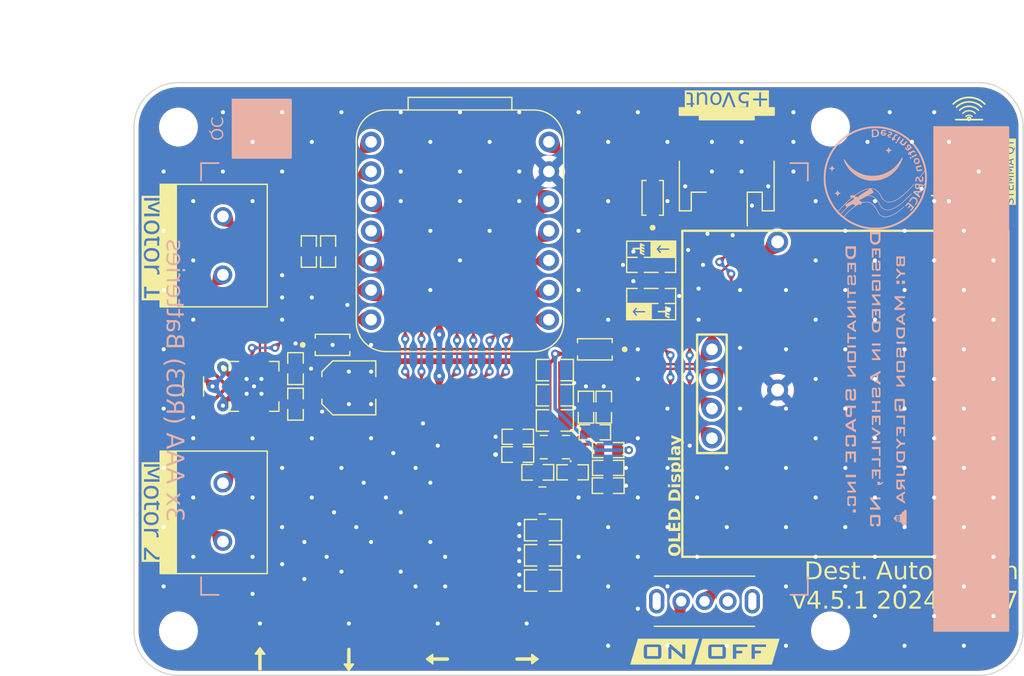
<source format=kicad_pcb>
(kicad_pcb (version 20221018) (generator pcbnew)
  (title_block (title "Destination Automation R4") (date "2024-03-17") (rev "02") (comment 1 "Madison Gleydura") (comment 2 "FINAL") (comment 3 "2024"))
  (layers (0 "F.Cu" mixed) (31 "B.Cu" power) (34 "B.Paste" user) (35 "F.Paste" user) (36 "B.SilkS" user "B.Silkscreen") (37 "F.SilkS" user "F.Silkscreen") (38 "B.Mask" user) (39 "F.Mask" user) (44 "Edge.Cuts" user))
  (net 0 "")
  (net 1 "VCC")
  (net 2 "GND")
  (net 3 "+3V3")
  (net 4 "/OLED1")
  (net 5 "/OLED2")
  (net 6 "/SW")
  (net 7 "Net-(U2-BOOT)")
  (net 8 "/COMP")
  (net 9 "Net-(C7-Pad1)")
  (net 10 "/FB")
  (net 11 "Net-(U3-VCP)")
  (net 12 "Net-(U3-VINT)")
  (net 13 "Net-(J1-Pin_1)")
  (net 14 "/Vout_D")
  (net 15 "/SW2")
  (net 16 "/SW4")
  (net 17 "/ILIM")
  (net 18 "/M2_OUT1")
  (net 19 "/M2_OUT2")
  (net 20 "/M1_OUT1")
  (net 21 "/M1_OUT2")
  (net 22 "/FSW")
  (net 23 "Net-(U2-VCC)")
  (net 24 "Net-(U3-AISEN)")
  (net 27 "/M2_IN1")
  (net 28 "/M2_IN2")
  (net 29 "/M1_IN1")
  (net 30 "/M1_IN2")
  (net 31 "/DRV_SLEEP")
  (net 32 "/SW3")
  (net 33 "/SW5")
  (net 34 "/SDA")
  (net 35 "/SCL")
  (net 36 "Net-(D1-K)")
  (net 37 "+5V_A")
  (net 38 "+5V_B")
  (footprint "lib_fp:RESC160X80X55L30N" (layer "F.Cu") (at 123.19 114.046 180)
    (fp_text reference "R1" hide)
    (fp_text value "240K" hide)
  )
  (footprint "lib_fp:RESC160X80X55L30N" (layer "F.Cu") (at 122.047 112.522)
    (fp_text reference "R3" hide)
    (fp_text value "36.5K" hide)
  )
  (footprint "lib_fp:CAPC160X80X88L35N" (layer "F.Cu") (at 96.393 110.109 -90)
    (fp_text reference "C12" hide)
    (fp_text value "10000pF" hide)
  )
  (footprint "lib_fp:CAPC160X80X88L35N" (layer "F.Cu") (at 96.393 107.061 -90)
    (fp_text reference "C14" hide)
    (fp_text value "2.2uF" hide)
  )
  (footprint "lib_fp:CAPC160X80X88L35N" (layer "F.Cu") (at 115.443 114.427 180)
    (fp_text reference "C4" hide)
    (fp_text value "100nF" hide)
  )
  (footprint "lib_fp:CAPC200X125X88L50N" (layer "F.Cu") (at 118.618 107.188)
    (fp_text reference "C11" hide)
    (fp_text value "47uF" hide)
  )
  (footprint "lib_fp:M2.54_NPTH" (layer "F.Cu") (at 86.36 86.36 -90)
    (fp_text reference "H2" hide)
    (fp_text value "M2.5" hide)
  )
  (footprint "lib_fp:CAPC160X80X88L35N" (layer "F.Cu") (at 122.809 110.363 90)
    (fp_text reference "C7" hide)
    (fp_text value "680pF" hide)
  )
  (footprint "lib_fp:M2.54_NPTH" (layer "F.Cu") (at 142.24 86.36)
    (fp_text reference "He1" hide)
    (fp_text value "M2.5" hide)
  )
  (footprint "lib_fp:SS-12D07-VG_GA_PA" (layer "F.Cu") (at 131.445 127)
    (fp_text reference "SW1" hide)
    (fp_text value "SS-12D07" hide)
  )
  (footprint "lib_fp:CAPC160X80X88L35N" (layer "F.Cu") (at 123.19 117.094)
    (fp_text reference "C6" hide)
    (fp_text value "10uF" hide)
  )
  (footprint "lib_fp:CAPC200X125X88L50N" (layer "F.Cu") (at 118.618 109.347)
    (fp_text reference "C10" hide)
    (fp_text value "47uF" hide)
  )
  (footprint "lib_fp:CAPC160X80X88L35N" (layer "F.Cu") (at 121.285 110.363 90)
    (fp_text reference "C8" hide)
    (fp_text value "30pF" hide)
  )
  (footprint "lib_fp:JST-PH-S2B-SM4-TB" (layer "F.Cu") (at 133.35 89.281 180)
    (fp_text reference "J2" hide)
    (fp_text value "S2B-PH-SM4" hide)
  )
  (footprint "lib_fp:QtPy" (layer "F.Cu") (at 110.49 95.25)
    (fp_text reference "U1" hide)
    (fp_text value "XIAO RP2040" hide)
  )
  (footprint "lib_fp:5mmTerminalBlock" (layer "F.Cu") (at 90.17 119.38 -90)
    (fp_text reference "J5" hide)
    (fp_text value "Terminal Block" hide)
  )
  (footprint "lib_fp:SW_4.5x4.5" (layer "F.Cu") (at 100.965 128.905 180)
    (fp_text reference "SW3" hide)
    (fp_text value "PTS647SM38SMTR2LFS" hide)
  )
  (footprint "lib_fp:CAPC200X125X88L50N" (layer "F.Cu") (at 117.602 123.063 180)
    (fp_text reference "C2" hide)
    (fp_text value "47uF" hide)
  )
  (footprint "lib_fp:1N5819HW" (layer "F.Cu") (at 122.047 105.41 180)
    (fp_text reference "D3" hide)
    (fp_text value "1N5819HW" hide)
  )
  (footprint "lib_fp:M2.54_NPTH" (layer "F.Cu") (at 86.36 129.54)
    (fp_text reference "H4" hide)
    (fp_text value "M2.5" hide)
  )
  (footprint "DS-Master-Logos-and-Graphics:arrow" (layer "F.Cu") (at 125.8316 102.1842 90)
    (fp_text reference "G***" hide)
    (fp_text value "LOGO" hide)
  )
  (footprint "lib_fp:CAPC160X80X88L35N" (layer "F.Cu") (at 117.156 115.951 180)
    (fp_text reference "C5" hide)
    (fp_text value "100nF" hide)
  )
  (footprint "lib_fp:RESC160X80X55L30N" (layer "F.Cu") (at 115.443 112.903 180)
    (fp_text reference "R4" hide)
    (fp_text value "110K" hide)
  )
  (footprint "lib_fp:RESC160X80X55L30N" (layer "F.Cu") (at 120.142 115.951)
    (fp_text reference "R5" hide)
    (fp_text value "316K" hide)
  )
  (footprint "lib_fp:CAPC200X125X88L50N" (layer "F.Cu") (at 117.602 120.904 180)
    (fp_text reference "C1" hide)
    (fp_text value "47uF" hide)
  )
  (footprint "lib_fp:1N5819HW" (layer "F.Cu") (at 127 92.429 90)
    (fp_text reference "D2" hide)
    (fp_text value "1N5819HW" hide)
  )
  (footprint "lib_fp:RESC160X80X55L30N" (layer "F.Cu") (at 97.536 97.028 -90)
    (fp_text reference "R7" hide)
    (fp_text value "10K" hide)
  )
  (footprint "DS-Master-Logos-and-Graphics:arrow" (layer "F.Cu") (at 127.889 96.8238 90)
    (fp_text reference "G***" hide)
    (fp_text value "LOGO" hide)
  )
  (footprint "lib_fp:CAPC200X125X88L50N" (layer "F.Cu") (at 117.602 125.222 180)
    (fp_text reference "C3" hide)
    (fp_text value "47uF" hide)
  )
  (footprint "lib_fp:SW_4.5x4.5" (layer "F.Cu") (at 93.345 128.905 180)
    (fp_text reference "SW2" hide)
    (fp_text value "PTS647SM38SMTR2LFS" hide)
  )
  (footprint "lib_fp:CAPAE430X540L180X65N" (layer "F.Cu") (at 100.965 108.712)
    (fp_text reference "C13" hide)
    (fp_text value "10uF" hide)
  )
  (footprint "lib_fp:SW_4.5x4.5" (layer "F.Cu") (at 108.585 128.905 180)
    (fp_text reference "SW4" hide)
    (fp_text value "PTS647SM38SMTR2LFS" hide)
  )
  (footprint "lib_fp:TPS61089" (layer "F.Cu") (at 118.618 113.792 180)
    (fp_text reference "U2" hide)
    (fp_text value "TPS61089x" hide)
  )
  (footprint "lib_fp:kibuzzard-652B282B" (layer "F.Cu") (at 128.016 131.318)
    (fp_text reference "kibuzzard-652B282B" hide)
    (fp_text value "G***" hide)
  )
  (footprint "lib_fp:RESC305X155X65L35_45" (layer "F.Cu") (at 87.63 108.585 -90)
    (fp_text reference "R6" hide)
    (fp_text value "120mR" hide)
  )
  (footprint "lib_fp:M2.54_NPTH" (layer "F.Cu") (at 142.24 129.54 -90)
    (fp_text reference "H3" hide)
    (fp_text value "M2.5" hide)
  )
  (footprint "lib_fp:kibuzzard-652B2846" (layer "F.Cu") (at 134.239 131.318)
    (fp_text reference "kibuzzard-652B2846" hide)
    (fp_text value "G***" hide)
  )
  (footprint "lib_fp:5mmTerminalBlock" (layer "F.Cu") (at 90.17 96.52 -90)
    (fp_text reference "J4" hide)
    (fp_text value "Terminal Block" hide)
  )
  (footprint "lib_fp:RESC160X80X55L30N" (layer "F.Cu") (at 99.187 97.028 -90)
    (fp_text reference "R8" hide)
    (fp_text value "10K" hide)
  )
  (footprint "lib_fp:1N5819HW" (layer "F.Cu") (at 99.568 105.029)
    (fp_text reference "D1" hide)
    (fp_text value "1N5819HW" hide)
  )
  (footprint "lib_fp:ResistorJumper-3" (layer "F.Cu") (at 126.873 100.838)
    (fp_text reference "R9" hide)
    (fp_text value "0R" hide)
  )
  (footprint "lib_fp:ResistorJumper-3" (layer "F.Cu") (at 126.873 98.171)
    (fp_text reference "R10" hide)
    (fp_text value "0R" hide)
  )
  (footprint "lib_fp:CAPC200X125X88L50N" (layer "F.Cu") (at 118.618 111.506)
    (fp_text reference "C9" hide)
    (fp_text value "47uF" hide)
  )
  (footprint "lib_fp:HS96L03W2C03" (layer "F.Cu") (at 132.08 109.22 90)
    (fp_text reference "U7" hide)
    (fp_text value "HS96L03W2C03" hide)
  )
  (footprint "lib_fp:DRV8833RTYR" (layer "F.Cu") (at 92.837 108.585 -90)
    (fp_text reference "U3" hide)
    (fp_text value "DRV8833" hide)
  )
  (footprint "lib_fp:SW_4.5x4.5" (layer "F.Cu") (at 116.205 128.905 180)
    (fp_text reference "SW5" hide)
    (fp_text value "PTS647SM38SMTR2LFS" hide)
  )
  (footprint "lib_fp:JST_SH_SM04B-SRSS-TB" (layer "F.Cu") (at 153.67 90.17 90)
    (fp_text reference "J6" hide)
    (fp_text value "STEMMA-QT" hide)
  )
  (footprint "lib_fp:RESC160X80X55L30N" (layer "F.Cu") (at 123.19 115.57)
    (fp_text reference "R2" hide)
    (fp_text value "76.8K" hide)
  )
  (footprint "lib_fp:INDC250X200X120L60N" (layer "F.Cu") (at 117.553 118.364)
    (fp_text reference "L1" hide)
    (fp_text value "1uH" hide)
  )
  (footprint "lib_fp:BH-AAA-A1AJ024" (layer "B.Cu") (at 114.3 107.95)
    (fp_text reference "J1" hide)
    (fp_text value "BH-AAA" hide)
  )
  (footprint "DS-Master-Logos-and-Graphics:avlLogo_2" (layer "B.Cu") (at 148.209 119.888 -90)
    (fp_text reference "G***" hide)
    (fp_text value "LOGO" hide)
  )
  (footprint "lib_fp:ds-silkscreen-logo-10x10" (layer "B.Cu") (at 146.05 90.678 -90)
    (fp_text reference "G***" hide)
    (fp_text value "LOGO" hide)
  )
  (gr_rect (start 151.13 86.36) (end 157.48 129.54) (stroke (width 0.15)) (fill solid) (layer "B.SilkS"))
  (gr_rect (start 91 84) (end 96 89) (stroke (width 0.15)) (fill solid) (layer "B.SilkS"))
  (gr_line (start 125.67 101.483) (end 126.283 101.483) (stroke (width 0.12)) (layer "F.SilkS"))
  (gr_line (start 128.143 101.7905) (end 128.143 102.5525) (stroke (width 0.15)) (layer "F.SilkS"))
  (gr_rect (start 156.355 88.23) (end 156.9138 92.11) (stroke (width 0.12)) (fill solid) (layer "F.SilkS"))
  (gr_rect (start 156.718 87.0712) (end 157.3022 93.2688) (stroke (width 0.12)) (fill solid) (layer "F.SilkS"))
  (gr_arc (start 153.306276 84.916775) (mid 153.677092 84.669004) (end 154.114499 84.581998) (stroke (width 0.13)) (layer "F.SilkS"))
  (gr_arc (start 154.114501 83.820002) (mid 154.843513 83.965012) (end 155.461539 84.377964) (stroke (width 0.15)) (layer "F.SilkS"))
  (gr_line (start 93.345 132.7785) (end 93.345 131.1275) (stroke (width 0.3)) (layer "F.SilkS"))
  (gr_line (start 125.984 96.9) (end 126.238 97.027) (stroke (width 0.15)) (layer "F.SilkS"))
  (gr_poly (pts (xy 93.345 131.0005) (xy 92.964 131.5085) (xy 93.726 131.5085)) (stroke (width 0.15)) (fill solid) (layer "F.SilkS"))
  (gr_rect (start 84.7984 114.13) (end 86.17 124.63) (stroke (width 0.12)) (fill solid) (layer "F.SilkS"))
  (gr_arc (start 154.114501 85.344002) (mid 154.260303 85.373004) (end 154.383909 85.455594) (stroke (width 0.11)) (layer "F.SilkS"))
  (gr_rect (start 84.7984 91.27) (end 86.17 101.77) (stroke (width 0.12)) (fill solid) (layer "F.SilkS"))
  (gr_line (start 126.873 96.138) (end 128.973 96.138) (stroke (width 0.12)) (layer "F.SilkS"))
  (gr_poly (pts (xy 100.965 132.9055) (xy 101.346 132.3975) (xy 100.584 132.3975)) (stroke (width 0.15)) (fill solid) (layer "F.SilkS"))
  (gr_line (start 127.508 102.1715) (end 128.143 102.1715) (stroke (width 0.15)) (layer "F.SilkS"))
  (gr_line (start 125.984 96.392) (end 126.238 96.519) (stroke (width 0.15)) (layer "F.SilkS"))
  (gr_rect (start 131.01 85.3146) (end 135.69 85.721) (stroke (width 0.12)) (fill solid) (layer "F.SilkS"))
  (gr_line (start 128.143 102.2985) (end 128.397 102.4255) (stroke (width 0.15)) (layer "F.SilkS"))
  (gr_arc (start 154.114501 84.201002) (mid 154.69771 84.31701) (end 155.192132 84.647371) (stroke (width 0.14)) (layer "F.SilkS"))
  (gr_arc (start 153.575686 85.186189) (mid 153.822896 85.021008) (end 154.114501 84.963004) (stroke (width 0.12)) (layer "F.SilkS"))
  (gr_line (start 128.143 102.5525) (end 128.397 102.6795) (stroke (width 0.15)) (layer "F.SilkS"))
  (gr_arc (start 153.845091 85.455588) (mid 153.968697 85.372998) (end 154.114499 85.343996) (stroke (width 0.11)) (layer "F.SilkS"))
  (gr_line (start 109.4105 131.953) (end 107.7595 131.953) (stroke (width 0.3)) (layer "F.SilkS"))
  (gr_arc (start 153.036868 84.647366) (mid 153.531289 84.317005) (end 154.114499 84.200997) (stroke (width 0.14)) (layer "F.SilkS"))
  (gr_line (start 125.984 96.392) (end 125.984 97.154) (stroke (width 0.15)) (layer "F.SilkS"))
  (gr_line (start 124.773 96.138) (end 126.873 96.138) (stroke (width 0.12)) (layer "F.SilkS"))
  (gr_line (start 127.463 97.526) (end 128.076 97.526) (stroke (width 0.12)) (layer "F.SilkS"))
  (gr_rect (start 129.29 84.709) (end 137.414 85.344) (stroke (width 0.12)) (fill solid) (layer "F.SilkS"))
  (gr_line (start 125.984 96.646) (end 126.238 96.773) (stroke (width 0.15)) (layer "F.SilkS"))
  (gr_line (start 128.143 101.7905) (end 128.397 101.9175) (stroke (width 0.15)) (layer "F.SilkS"))
  (gr_line (start 152.971501 85.725002) (end 155.257501 85.725002) (stroke (width 0.15)) (layer "F.SilkS"))
  (gr_line (start 124.773 97.526) (end 124.773 96.138) (stroke (width 0.12)) (layer "F.SilkS"))
  (gr_line (start 124.773 102.871) (end 126.873 102.871) (stroke (width 0.12)) (layer "F.SilkS"))
  (gr_arc (start 154.114501 84.582002) (mid 154.551908 84.669008) (end 154.922724 84.916779) (stroke (width 0.13)) (layer "F.SilkS"))
  (gr_line (start 126.873 97.525) (end 126.873 96.138) (stroke (width 0.12)) (layer "F.SilkS"))
  (gr_line (start 125.984 97.154) (end 126.238 97.281) (stroke (width 0.15)) (layer "F.SilkS"))
  (gr_line (start 100.965 131.1275) (end 100.965 132.7785) (stroke (width 0.3)) (layer "F.SilkS"))
  (gr_poly (pts (xy 107.6325 131.953) (xy 108.1405 132.334) (xy 108.1405 131.572)) (stroke (width 0.15)) (fill solid) (layer "F.SilkS"))
  (gr_line (start 126.873 102.871) (end 128.973 102.871) (stroke (width 0.12)) (layer "F.SilkS"))
  (gr_line (start 126.873 102.871) (end 126.873 101.484) (stroke (width 0.12)) (layer "F.SilkS"))
  (gr_arc (start 152.767466 84.377974) (mid 153.385492 83.965021) (end 154.114504 83.820012) (stroke (width 0.15)) (layer "F.SilkS"))
  (gr_line (start 128.973 102.871) (end 128.973 101.483) (stroke (width 0.12)) (layer "F.SilkS"))
  (gr_poly (pts (xy 117.1575 131.953) (xy 116.6495 131.572) (xy 116.6495 132.334)) (stroke (width 0.15)) (fill solid) (layer "F.SilkS"))
  (gr_line (start 128.143 102.0445) (end 128.397 102.1715) (stroke (width 0.15)) (layer "F.SilkS"))
  (gr_line (start 125.349 96.773) (end 125.984 96.773) (stroke (width 0.15)) (layer "F.SilkS"))
  (gr_line (start 128.973 96.138) (end 128.973 97.526) (stroke (width 0.12)) (layer "F.SilkS"))
  (gr_line (start 124.773 101.483) (end 124.773 102.871) (stroke (width 0.12)) (layer "F.SilkS"))
  (gr_arc (start 154.114501 84.963002) (mid 154.406105 85.021006) (end 154.653316 85.186187) (stroke (width 0.12)) (layer "F.SilkS"))
  (gr_circle (center 154.114501 85.648802) (end 154.165301 85.648802) (stroke (width 0.15)) (fill none) (layer "F.SilkS"))
  (gr_line (start 115.3795 131.953) (end 117.0305 131.953) (stroke (width 0.3)) (layer "F.SilkS"))
  (gr_arc locked (start 82.55 86.36) (mid 83.665923 83.665924) (end 86.36 82.55) (stroke (width 0.1)) (layer "Edge.Cuts"))
  (gr_arc locked (start 158.75 129.54) (mid 157.634077 132.234076) (end 154.94 133.35) (stroke (width 0.1)) (layer "Edge.Cuts"))
  (gr_line locked (start 82.55 129.54) (end 82.55 86.36) (stroke (width 0.1)) (layer "Edge.Cuts"))
  (gr_line locked (start 86.36 82.55) (end 154.94 82.55) (stroke (width 0.1)) (layer "Edge.Cuts"))
  (gr_line locked (start 158.75 129.54) (end 158.75 86.36) (stroke (width 0.1)) (layer "Edge.Cuts"))
  (gr_line locked (start 86.36 133.35) (end 154.94 133.35) (stroke (width 0.1)) (layer "Edge.Cuts"))
  (gr_arc locked (start 154.94 82.55) (mid 157.634076 83.665923) (end 158.75 86.36) (stroke (width 0.1)) (layer "Edge.Cuts"))
  (gr_arc locked (start 86.36 133.35) (mid 83.665924 132.234077) (end 82.55 129.54) (stroke (width 0.1)) (layer "Edge.Cuts"))
  (gr_text "QC" (at 90.17 86.5 270) (layer "B.SilkS") (effects (font (size 1 1)) (justify top mirror)))
  (gr_text "3x AAA (R03) Batteries" (at 85.09 108.077 270) (layer "B.SilkS") (effects (font (size 1.5 1.5)) (justify bottom mirror)))
  (gr_text "Dest. Automation\nv4.5.1 2024-03-17" (at 158.369 127.889) (layer "F.SilkS") (effects (font (size 1.5 1.5)) (justify right bottom)))
  (gr_text "STEMMA QT" (at 157.6578 90.2208 90) (layer "F.SilkS" knockout) (effects (font (size 0.665 0.665))))
  (gr_text "+5Vout" (at 133.4389 83.1596 180) (layer "F.SilkS" knockout) (effects (font (size 1.375 1.375)) (justify bottom)))
  (gr_text "OLED Display" (at 129.54 123.19 90) (layer "F.SilkS") (effects (font (size 1 1) (thickness 0.25) bold) (justify left bottom)))
  (gr_text "Motor 2" (at 83.1342 119.3546 270) (layer "F.SilkS" knockout) (effects (font (size 1.605 1.605)) (justify bottom)))
  (gr_text "Motor 1" (at 83.1342 96.7232 270) (layer "F.SilkS" knockout) (effects (font (size 1.68 1.68)) (justify bottom)))
  (gr_text_box "Destination SPACE Inc.\nDesigned in Asheville, NC\nby: Madison Gleydura" (start 142.24 121.807) (end 150.161 94.093) (angle 90) (layer "B.SilkS") (effects (font (size 1.25 1.25) (thickness 0.12)) (justify top mirror)))
  (segment (start 119.7595 125.222) (end 118.452 125.222) (width 0.75) (layer "F.Cu") (net 1))
  (segment (start 115.44 113.724) (end 116.143 114.427) (width 0.2) (layer "F.Cu") (net 1))
  (segment (start 116.713 112.014) (end 115.688 112.014) (width 0.2) (layer "F.Cu") (net 1))
  (segment (start 128.397 128.905) (end 129.445 127.857) (width 0.75) (layer "F.Cu") (net 1))
  (segment (start 116.488 118.364) (end 116.488 117.885) (width 0.6) (layer "F.Cu") (net 1))
  (segment (start 117.443 113.042) (end 117.27 113.042) (width 0.2) (layer "F.Cu") (net 1))
  (segment (start 115.443 116.84) (end 116.488 117.885) (width 0.5) (layer "F.Cu") (net 1))
  (segment (start 117.27 113.042) (end 116.9105 112.6825) (width 0.2) (layer "F.Cu") (net 1))
  (segment (start 116.9105 112.2115) (end 116.713 112.014) (width 0.2) (layer "F.Cu") (net 1))
  (segment (start 129.445 127.857) (end 129.445 127) (width 0.75) (layer "F.Cu") (net 1))
  (segment (start 115.443 115.362) (end 115.443 116.84) (width 0.5) (layer "F.Cu") (net 1))
  (segment (start 115.443 115.362) (end 115.443 115.127) (width 0.3) (layer "F.Cu") (net 1))
  (segment (start 115.688 112.014) (end 115.44 112.262) (width 0.2) (layer "F.Cu") (net 1))
  (segment (start 123.4425 128.905) (end 119.7595 125.222) (width 0.75) (layer "F.Cu") (net 1))
  (segment (start 116.9105 112.6825) (end 116.9105 112.2115) (width 0.2) (layer "F.Cu") (net 1))
  (segment (start 115.443 115.127) (end 116.143 114.427) (width 0.3) (layer "F.Cu") (net 1))
  (segment (start 128.397 128.905) (end 123.4425 128.905) (width 0.75) (layer "F.Cu") (net 1))
  (segment (start 115.44 112.262) (end 115.44 113.724) (width 0.2) (layer "F.Cu") (net 1))
  (segment (start 135.438 93.02) (end 134.35 93.02) (width 0.3) (layer "F.Cu") (net 2))
  (segment (start 87.63 111.252) (end 87.63 110.035) (width 0.3) (layer "F.Cu") (net 2))
  (segment (start 123.763 117.094) (end 124.714 117.094) (width 0.25) (layer "F.Cu") (net 2))
  (segment (start 97.282 107.061) (end 96.455 107.888) (width 0.5) (layer "F.Cu") (net 2))
  (segment (start 122.809 109.663) (end 122.809 108.585) (width 0.3) (layer "F.Cu") (net 2))
  (segment (start 96.455 107.888) (end 96.393 107.888) (width 0.5) (layer "F.Cu") (net 2))
  (segment (start 97.7265 107.061) (end 97.282 107.061) (width 0.5) (layer "F.Cu") (net 2))
  (segment (start 123.813 115.57) (end 124.714 115.57) (width 0.25) (layer "F.Cu") (net 2))
  (segment (start 135.509 93.091) (end 135.438 93.02) (width 0.3) (layer "F.Cu") (net 2))
  (segment (start 125.363 98.171) (end 124.46 98.171) (width 0.2) (layer "F.Cu") (net 2))
  (segment (start 121.285 109.663) (end 121.285 108.585) (width 0.3) (layer "F.Cu") (net 2))
  (via (at 85.09 90.17) (size 0.7) (drill 0.35) (layers "F.Cu" "B.Cu") (net 2))
  (via (at 87.63 102.87) (size 0.7) (drill 0.35) (layers "F.Cu" "B.Cu") (net 2))
  (via (at 134.62 90.17) (size 0.7) (drill 0.35) (layers "F.Cu" "B.Cu") (net 2))
  (via (at 106.68 115.57) (size 0.7) (drill 0.35) (layers "F.Cu" "B.Cu") (net 2))
  (via (at 110.49 90.17) (size 0.7) (drill 0.35) (layers "F.Cu" "B.Cu") (net 2))
  (via (at 143.51 100.33) (size 0.7) (drill 0.35) (layers "F.Cu" "B.Cu") (net 2))
  (via (at 123.19 125.73) (size 0.7) (drill 0.35) (layers "F.Cu" "B.Cu") (net 2))
  (via (at 143.51 105.41) (size 0.7) (drill 0.35) (layers "F.Cu" "B.Cu") (net 2))
  (via (at 95.25 102.87) (size 0.7) (drill 0.35) (layers "F.Cu" "B.Cu") (net 2))
  (via (at 156.21 113.03) (size 0.7) (drill 0.35) (layers "F.Cu" "B.Cu") (net 2))
  (via (at 115.57 85.09) (size 0.7) (drill 0.35) (layers "F.Cu" "B.Cu") (net 2))
  (via (at 97.7265 107.061) (size 1) (drill 0.35) (layers "F.Cu" "B.Cu") (net 2))
  (via (at 156.21 123.19) (size 0.7) (drill 0.35) (layers "F.Cu" "B.Cu") (net 2))
  (via (at 146.05 128.27) (size 0.7) (drill 0.35) (layers "F.Cu" "B.Cu") (net 2))
  (via (at 116.205 128.905) (size 0.7) (drill 0.35) (layers "F.Cu" "B.Cu") (net 2))
  (via (at 109.22 125.73) (size 0.7) (drill 0.35) (layers "F.Cu" "B.Cu") (net 2))
  (via (at 153.67 105.41) (size 0.7) (drill 0.35) (layers "F.Cu" "B.Cu") (net 2))
  (via (at 106.68 125.73) (size 0.7) (drill 0.35) (layers "F.Cu" "B.Cu") (net 2))
  (via (at 99.06 123.19) (size 0.7) (drill 0.35) (layers "F.Cu" "B.Cu") (net 2))
  (via (at 140.97 123.19) (size 0.7) (drill 0.35) (layers "F.Cu" "B.Cu") (net 2))
  (via (at 140.97 107.95) (size 0.7) (drill 0.35) (layers "F.Cu" "B.Cu") (net 2))
  (via (at 97.79 118.11) (size 0.7) (drill 0.35) (layers "F.Cu" "B.Cu") (net 2))
  (via (at 113.538 114.427) (size 1) (drill 0.4) (layers "F.Cu" "B.Cu") (net 2))
  (via (at 110.49 97.79) (size 0.7) (drill 0.35) (layers "F.Cu" "B.Cu") (net 2))
  (via (at 131.318 98.171) (size 0.7) (drill 0.35) (layers "F.Cu" "B.Cu") (net 2))
  (via (at 138.43 120.65) (size 0.7) (drill 0.35) (layers "F.Cu" "B.Cu") (net 2))
  (via (at 134.62 87.63) (size 0.7) (drill 0.35) (layers "F.Cu" "B.Cu") (net 2))
  (via (at 151.13 85.09) (size 0.7) (drill 0.35) (layers "F.Cu" "B.Cu") (net 2))
  (via (at 148.59 110.49) (size 0.7) (drill 0.35) (layers "F.Cu" "B.Cu") (net 2))
  (via (at 85.09 100.33) (size 0.7) (drill 0.35) (layers "F.Cu" "B.Cu") (net 2))
  (via (at 102.87 110.109) (size 0.7) (drill 0.35) (layers "F.Cu" "B.Cu") (net 2))
  (via (at 125.73 107.95) (size 0.7) (drill 0.35) (layers "F.Cu" "B.Cu") (net 2))
  (via (at 100.965 107.315) (size 0.7) (drill 0.35) (layers "F.Cu" "B.Cu") (net 2))
  (via (at 120.2817 110.4265) (size 0.7) (drill 0.35) (layers "F.Cu" "B.Cu") (net 2))
  (via (at 146.05 92.71) (size 0.7) (drill 0.35) (layers "F.Cu" "B.Cu") (net 2))
  (via (at 153.67 95.25) (size 0.7) (drill 0.35) (layers "F.Cu" "B.Cu") (net 2))
  (via (at 146.05 113.03) (size 0.7) (drill 0.35) (layers "F.Cu" "B.Cu") (net 2))
  (via (at 130.81 123.19) (size 0.7) (drill 0.35) (layers "F.Cu" "B.Cu") (net 2))
  (via (at 146.05 97.79) (size 0.7) (drill 0.35) (layers "F.Cu" "B.Cu") (net 2))
  (via (at 95.25 100.965) (size 0.7) (drill 0.35) (layers "F.Cu" "B.Cu") (net 2))
  (via (at 128.27 120.65) (size 0.7) (drill 0.35) (layers "F.Cu" "B.Cu") (net 2))
  (via (at 140.97 113.03) (size 0.7) (drill 0.35) (layers "F.Cu" "B.Cu") (net 2))
  (via (at 132.08 87.63) (size 0.7) (drill 0.35) (layers "F.Cu" "B.Cu") (net 2))
  (via (at 105.41 90.17) (size 0.7) (drill 0.35) (layers "F.Cu" "B.Cu") (net 2))
  (via (at 90.17 85.09) (size 0.7) (drill 0.35) (layers "F.Cu" "B.Cu") (net 2))
  (via (at 99.568 105.029) (size 0.7) (drill 0.35) (layers "F.Cu" "B.Cu") (net 2))
  (via (at 105.41 85.09) (size 0.7) (drill 0.35) (layers "F.Cu" "B.Cu") (net 2))
  (via (at 153.67 110.49) (size 0.7) (drill 0.35) (layers "F.Cu" "B.Cu") (net 2))
  (via (at 113.03 87.63) (size 0.7) (drill 0.35) (layers "F.Cu" "B.Cu") (net 2))
  (via (at 148.59 100.33) (size 0.7) (drill 0.35) (layers "F.Cu" "B.Cu") (net 2))
  (via (at 85.09 110.49) (size 0.7) (drill 0.35) (layers "F.Cu" "B.Cu") (net 2))
  (via (at 85.09 115.57) (size 0.7) (drill 0.35) (layers "F.Cu" "B.Cu") (net 2))
  (via (at 130.937 102.87) (size 0.7) (drill 0.35) (layers "F.Cu" "B.Cu") (net 2))
  (via (at 93.345 128.905) (size 0.7) (drill 0.35) (layers "F.Cu" "B.Cu") (net 2))
  (via (at 95.25 120.65) (size 0.7) (drill 0.35) (layers "F.Cu" "B.Cu") (net 2))
  (via (at 150.0378 91.6432) (size 0.7) (drill 0.35) (layers "F.Cu" "B.Cu") (net 2))
  (via (at 113.538 112.903) (size 1) (drill 0.35) (layers "F.Cu" "B.Cu") (net 2))
  (via (at 93.472 107.95) (size 0.7) (drill 0.35) (layers "F.Cu" "B.Cu") (net 2))
  (via (at 107.95 121.92) (size 0.7) (drill 0.35) (layers "F.Cu" "B.Cu") (net 2))
  (via (at 130.81 118.11) (size 0.7) (drill 0.35) (layers "F.Cu" "B.Cu") (net 2))
  (via (at 125.349 97.028) (size 0.7) (drill 0.35) (layers "F.Cu" "B.Cu") (net 2))
  (via (at 100.965 128.905) (size 0.7) (drill 0.35) (layers "F.Cu" "B.Cu") (net 2))
  (via (at 107.95 116.84) (size 0.7) (drill 0.35) (layers "F.Cu" "B.Cu") (net 2))
  (via (at 85.09 120.65) (size 0.7) (drill 0.35) (layers "F.Cu" "B.Cu") (net 2))
  (via (at 145.415 87.63) (size 0.7) (drill 0.35) (layers "F.Cu" "B.Cu") (net 2))
  (via (at 143.51 125.73) (size 0.7) (drill 0.35) (layers "F.Cu" "B.Cu") (net 2))
  (via (at 99.695 119.38) (size 0.7) (drill 0.35) (layers "F.Cu" "B.Cu") (net 2))
  (via (at 151.13 97.79) (size 0.7) (drill 0.35) (layers "F.Cu" "B.Cu") (net 2))
  (via (at 134.493 105.283) (size 0.7) (drill 0.35) (layers "F.Cu" "B.Cu") (net 2))
  (via (at 92.71 92.71) (size 0.7) (drill 0.35) (layers "F.Cu" "B.Cu") (net 2))
  (via (at 115.57 122.555) (size 0.7) (drill 0.35) (layers "F.Cu" "B.Cu") (net 2))
  (via (at 85.09 105.41) (size 0.7) (drill 0.35) (layers "F.Cu" "B.Cu") (net 2))
  (via (at 133.35 115.57) (size 0.7) (drill 0.35) (layers "F.Cu" "B.Cu") (net 2))
  (via (at 101.6 120.65) (size 0.7) (drill 0.35) (layers "F.Cu" "B.Cu") (net 2))
  (via (at 100.965 110.109) (size 0.7) (drill 0.35) (layers "F.Cu" "B.Cu") (net 2))
  (via (at 120.65 118.11) (size 0.7) (drill 0.35) (layers "F.Cu" "B.Cu") (net 2))
  (via (at 123.19 92.71) (size 0.7) (drill 0.35) (layers "F.Cu" "B.Cu") (net 2))
  (via (at 108.585 113.665) (size 0.7) (drill 0.35) (layers "F.Cu" "B.Cu") (net 2))
  (via (at 139.065 85.09) (size 0.7) (drill 0.35) (layers "F.Cu" "B.Cu") (net 2))
  (via (at 102.235 116.84) (size 0.7) (drill 0.35) (layers "F.Cu" "B.Cu") (net 2))
  (via (at 139.065 87.63) (size 0.7) (drill 0.35) (layers "F.Cu" "B.Cu") (net 2))
  (via (at 105.41 92.71) (size 0.7) (drill 0.35) (layers "F.Cu" "B.Cu") (net 2))
  (via (at 113.03 95.25) (size 0.7) (drill 0.35) (layers "F.Cu" "B.Cu") (net 2))
  (via (at 143.51 95.25) (size 0.7) (drill 0.35) (layers "F.Cu" "B.Cu") (net 2))
  (via (at 153.67 120.65) (size 0.7) (drill 0.35) (layers "F.Cu" "B.Cu") (net 2))
  (via (at 148.59 130.81) (size 0.7) (drill 0.35) (layers "F.Cu" "B.Cu") (net 2))
  (via (at 124.714 117.094) (size 0.7) (drill 0.35) (layers "F.Cu" "B.Cu") (net 2))
  (via (at 128.27 87.63) (size 0.7) (drill 0.35) (layers "F.Cu" "B.Cu") (net 2))
  (via (at 147.32 85.09) (size 0.7) (drill 0.35) (layers "F.Cu" "B.Cu") (net 2))
  (via (at 120.269 108.2929) (size 0.7) (drill 0.35) (layers "F.Cu" "B.Cu") (net 2))
  (via (at 92.71 126.365) (size 0.7) (drill 0.35) (layers "F.Cu" "B.Cu") (net 2))
  (via (at 92.71 113.03) (size 0.7) (drill 0.35) (layers "F.Cu" "B.Cu") (net 2))
  (via (at 102.87 107.315) (size 0.7) (drill 0.35) (layers "F.Cu" "B.Cu") (net 2))
  (via (at 128.397 101.981) (size 0.7) (drill 0.35) (layers "F.Cu" "B.Cu") (net 2))
  (via (at 128.27 92.71) (size 0.7) (drill 0.35) (layers "F.Cu" "B.Cu") (net 2))
  (via (at 109.22 123.19) (size 0.7) (drill 0.35) (layers "F.Cu" "B.Cu") (net 2))
  (via (at 125.73 85.09) (size 0.7) (drill 0.35) (layers "F.Cu" "B.Cu") (net 2))
  (via (at 143.51 110.49) (size 0.7) (drill 0.35) (layers "F.Cu" "B.Cu") (net 2))
  (via (at 115.57 120.396) (size 0.7) (drill 0.35) (layers "F.Cu" "B.Cu") (net 2))
  (via (at 120.65 100.33) (size 0.7) (drill 0.35) (layers "F.Cu" "B.Cu") (net 2))
  (via (at 120.65 85.09) (size 0.7) (drill 0.35) (layers "F.Cu" "B.Cu") (net 2))
  (via (at 92.71 87.63) (size 0.7) (drill 0.35) (layers "F.Cu" "B.Cu") (net 2))
  (via (at 133.35 130.81) (size 0.7) (drill 0.35) (layers "F.Cu" "B.Cu") (net 2))
  (via (at 90.17 90.17) (size 0.7) (drill 0.35) (layers "F.Cu" "B.Cu") (net 2))
  (via (at 129.794 91.44) (size 0.7) (drill 0.35) (layers "F.Cu" "B.Cu") (net 2))
  (via (at 115.57 124.714) (size 0.7) (drill 0.35) (layers "F.Cu" "B.Cu") (net 2))
  (via (at 156.21 107.95) (size 0.7) (drill 0.35) (layers "F.Cu" "B.Cu") (net 2))
  (via (at 92.71 123.19) (size 0.7) (drill 0.35) (layers "F.Cu" "B.Cu") (net 2))
  (via (at 148.59 95.25) (size 0.7) (drill 0.35) (layers "F.Cu" "B.Cu") (net 2))
  (via (at 151.13 113.03) (size 0.7) (drill 0.35) (layers "F.Cu" "B.Cu") (net 2))
  (via (at 125.73 118.11) (size 0.7) (drill 0.35) (layers "F.Cu" "B.Cu") (net 2))
  (via (at 96.393 104.902) (size 0.7) (drill 0.35) (layers "F.Cu" "B.Cu") (net 2))
  (via (at 135.509 93.091) (size 1) (drill 0.35) (layers "F.Cu" "B.Cu") (net 2))
  (via (at 156.21 118.11) (size 0.7) (drill 0.35) (layers "F.Cu" "B.Cu") (net 2))
  (via (at 100.838 101.6) (size 0.7) (drill 0.35) (layers "F.Cu" "B.Cu") (net 2))
  (via (at 87.63 92.71) (size 0.7) (drill 0.35) (layers "F.Cu" "B.Cu") (net 2))
  (via (at 107.95 87.63) (size 0.7) (drill 0.35) (layers "F.Cu" "B.Cu") (net 2))
  (via (at 87.63 113.03) (size 0.7) (drill 0.35) (layers "F.Cu" "B.Cu") (net 2))
  (via (at 138.43 110.49) (size 0.7) (drill 0.35) (layers "F.Cu" "B.Cu") (net 2))
  (via (at 97.155 125.095) (size 0.7) (drill 0.35) (layers "F.Cu" "B.Cu") (net 2))
  (via (at 151.13 128.27) (size 0.7) (drill 0.35) (layers "F.Cu" "B.Cu") (net 2))
  (via (at 100.33 85.09) (size 0.7) (drill 0.35) (layers "F.Cu" "B.Cu") (net 2))
  (via (at 123.19 130.81) (size 0.7) (drill 0.35) (layers "F.Cu" "B.Cu") (net 2))
  (via (at 130.048 96.901) (size 0.7) (drill 0.35) (layers "F.Cu" "B.Cu") (net 2))
  (via (at 100.33 124.46) (size 0.7) (drill 0.35) (layers "F.Cu" "B.Cu") (net 2))
  (via (at 104.14 118.11) (size 0.7) (drill 0.35) (layers "F.Cu" "B.Cu") (net 2))
  (via (at 140.97 118.11) (size 0.7) (drill 0.35) (layers "F.Cu" "B.Cu") (net 2))
  (via (at 115.57 90.17) (size 0.7) (drill 0.35) (layers "F.Cu" "B.Cu") (net 2))
  (via (at 115.57 121.412) (size 0.7) (drill 0.35) (layers "F.Cu" "B.Cu") (net 2))
  (via (at 123.19 102.87) (size 0.7) (drill 0.35) (layers "F.Cu" "B.Cu") (net 2))
  (via (at 115.57 92.71) (size 0.7) (drill 0.35) (layers "F.Cu" "B.Cu") (net 2))
  (via (at 153.67 100.33) (size 0.7) (drill 0.35) (layers "F.Cu" "B.Cu") (net 2))
  (via (at 120.65 95.25) (size 0.7) (drill 0.35) (layers "F.Cu" "B.Cu") (net 2))
  (via (at 148.59 120.65) (size 0.7) (drill 0.35) (layers "F.Cu" "B.Cu") (net 2))
  (via (at 122.809 108.585) (size 0.7) (drill 0.35) (layers "F.Cu" "B.Cu") (net 2))
  (via (at 138.43 100.33) (size 0.7) (drill 0.35) (layers "F.Cu" "B.Cu") (net 2))
  (via (at 124.714 115.57) (size 0.7) (drill 0.35) (layers "F.Cu" "B.Cu") (net 2))
  (via (at 156.21 128.27) (size 0.7) (drill 0.35) (layers "F.Cu" "B.Cu") (net 2))
  (via (at 139.065 90.17) (size 0.7) (drill 0.35) (layers "F.Cu" "B.Cu") (net 2))
  (via (at 151.13 92.71) (size 0.7) (drill 0.35) (layers "F.Cu" "B.Cu") (net 2))
  (via (at 134.493 100.33) (size 0.7) (drill 0.35) (layers "F.Cu" "B.Cu") (net 2))
  (via (at 129.2715 100.838) (size 0.7) (drill 0.35) (layers "F.Cu" "B.Cu") (net 2))
  (via (at 125.73 127.635) (size 0.7) (drill 0.35) (layers "F.Cu" "B.Cu") (net 2))
  (via (at 102.87 105.029) (size 0.7) (drill 0.35) (layers "F.Cu" "B.Cu") (net 2))
  (via (at 92.71 118.11) (size 0.7) (drill 0.35) (layers "F.Cu" "B.Cu") (net 2))
  (via (at 128.27 115.57) (size 0.7) (drill 0.35) (layers "F.Cu" "B.Cu") (net 2))
  (via (at 130.175 113.665) (size 0.7) (drill 0.35) (layers "F.Cu" "B.Cu") (net 2))
  (via (at 92.202 109.22) (size 0.7) (drill 0.35) (layers "F.Cu" "B.Cu") (net 2))
  (via (at 128.27 110.49) (size 0.7) (drill 0.35) (layers "F.Cu" "B.Cu") (net 2))
  (via (at 134.493 110.49) (size 0.7) (drill 0.35) (layers "F.Cu" "B.Cu") (net 2))
  (via (at 133.35 120.65) (size 0.7) (drill 0.35) (layers "F.Cu" "B.Cu") (net 2))
  (via (at 148.59 115.57) (size 0.7) (drill 0.35) (layers "F.Cu" "B.Cu") (net 2))
  (via (at 107.315 111.76) (size 0.7) (drill 0.35) (layers "F.Cu" "B.Cu") (net 2))
  (via (at 138.43 125.73) (size 0.7) (drill 0.35) (layers "F.Cu" "B.Cu") (net 2))
  (via (at 149.225 87.63) (size 0.7) (drill 0.35) (layers "F.Cu" "B.Cu") (net 2))
  (via (at 143.51 115.57) (size 0.7) (drill 0.35) (layers "F.Cu" "B.Cu") (net 2))
  (via (at 121.285 108.585) (size 0.7) (drill 0.35) (layers "F.Cu" "B.Cu") (net 2))
  (via (at 87.63 111.252) (size 1) (drill 0.35) (layers "F.Cu" "B.Cu") (net 2))
  (via (at 125.73 105.41) (size 0.7) (drill 0.35) (layers "F.Cu" "B.Cu") (net 2))
  (via (at 100.33 115.57) (size 0.7) (drill 0.35) (layers "F.Cu" "B.Cu") (net 2))
  (via (at 92.202 107.95) (size 0.7) (drill 0.35) (layers "F.Cu" "B.Cu") (net 2))
  (via (at 107.95 100.33) (size 0.7) (drill 0.35) (layers "F.Cu" "B.Cu") (net 2))
  (via (at 108.585 128.905) (size 0.7) (drill 0.35) (layers "F.Cu" "B.Cu") (net 2))
  (via (at 138.43 105.41) (size 0.7) (drill 0.35) (layers "F.Cu" "B.Cu") (net 2))
  (via (at 85.09 95.25) (size 0.7) (drill 0.35) (layers "F.Cu" "B.Cu") (net 2))
  (via (at 102.87 113.03) (size 0.7) (drill 0.35) (layers "F.Cu" "B.Cu") (net 2))
  (via (at 104.775 114.3) (size 0.7) (drill 0.35) (layers "F.Cu" "B.Cu") (net 2))
  (via (at 140.97 102.87) (size 0.7) (drill 0.35) (layers "F.Cu" "B.Cu") (net 2))
  (via (at 120.65 123.19) (size 0.7) (drill 0.35) (layers "F.Cu" "B.Cu") (net 2))
  (via (at 97.155 121.92) (size 0.7) (drill 0.35) (layers "F.Cu" "B.Cu") (net 2))
  (via (at 98.679 110.744) (size 0.7) (drill 0.35) (layers "F.Cu" "B.Cu") (net 2))
  (via (at 151.13 102.87) (size 0.7) (drill 0.35) (layers "F.Cu" "B.Cu") (net 2))
  (via (at 148.59 125.73) (size 0.7) (drill 0.35) (layers "F.Cu" "B.Cu") (net 2))
  (via (at 125.73 113.03) (size 0.7) (drill 0.35) (layers "F.Cu" "B.Cu") (net 2))
  (via (at 153.67 125.73) (size 0.7) (drill 0.35) (layers "F.Cu" "B.Cu") (net 2))
  (via (at 153.67 130.81) (size 0.7) (drill 0.35) (layers "F.Cu" "B.Cu") (net 2))
  (via (at 95.25 115.57) (size 0.7) (drill 0.35) (layers "F.Cu" "B.Cu") (net 2))
  (via (at 87.63 118.11) (size 0.7) (drill 0.35) (layers "F.Cu" "B.Cu") (net 2))
  (via (at 156.21 97.79) (size 0.7) (drill 0.35) (layers "F.Cu" "B.Cu") (net 2))
  (via (at 123.19 120.65) (size 0.7) (drill 0.35) (layers "F.Cu" "B.Cu") (net 2))
  (via (at 153.67 115.57) (size 0.7) (drill 0.35) (layers "F.Cu" "B.Cu") (net 2))
  (via (at 95.25 90.17) (size 0.7) (drill 0.35) (layers "F.Cu" "B.Cu") (net 2))
  (via (at 151.13 123.19) (size 0.7) (drill 0.35) (layers "F.Cu" "B.Cu") (net 2))
  (via (at 125.349 99.568) (size 0.7) (drill 0.35) (layers "F.Cu" "B.Cu") (net 2))
  (via (at 85.09 125.73) (size 0.7) (drill 0.35) (layers "F.Cu" "B.Cu") (net 2))
  (via (at 140.97 97.79) (size 0.7) (drill 0.35) (layers "F.Cu" "B.Cu") (net 2))
  (via (at 132.08 90.17) (size 0.7) (drill 0.35) (layers "F.Cu" "B.Cu") (net 2))
  (via (at 156.21 102.87) (size 0.7) (drill 0.35) (layers "F.Cu" "B.Cu") (net 2))
  (via (at 143.51 120.65) (size 0.7) (drill 0.35) (layers "F.Cu" "B.Cu") (net 2))
  (via (at 92.837 108.585) (size 0.7) (drill 0.35) (layers "F.Cu" "B.Cu") (net 2))
  (via (at 124.46 98.171) (size 0.7) (drill 0.35) (layers "F.Cu" "B.Cu") (net 2))
  (via (at 138.43 115.57) (size 0.7) (drill 0.35) (layers "F.Cu" "B.Cu") (net 2))
  (via (at 110.49 85.09) (size 0.7) (drill 0.35) (layers "F.Cu" "B.Cu") (net 2))
  (via (at 115.57 125.73) (size 0.7) (drill 0.35) (layers "F.Cu" "B.Cu") (net 2))
  (via (at 87.63 97.79) (size 0.7) (drill 0.35) (layers "F.Cu" "B.Cu") (net 2))
  (via (at 151.13 107.95) (size 0.7) (drill 0.35) (layers "F.Cu" "B.Cu") (net 2))
  (via (at 146.05 123.19) (size 0.7) (drill 0.35) (layers "F.Cu" "B.Cu") (net 2))
  (via (at 146.05 107.95) (size 0.7) (drill 0.35) (layers "F.Cu" "B.Cu") (net 2))
  (via (at 105.41 119.38) (size 0.7) (drill 0.35) (layers "F.Cu" "B.Cu") (net 2))
  (via (at 138.43 130.81) (size 0.7) (drill 0.35) (layers "F.Cu" "B.Cu") (net 2))
  (via (at 95.25 123.825) (size 0.7) (drill 0.35) (layers "F.Cu" "B.Cu") (net 2))
  (via (at 130.937 100.203) (size 0.7) (drill 0.35) (layers "F.Cu" "B.Cu") (net 2))
  (via (at 95.25 85.09) (size 0.7) (drill 0.35) (layers "F.Cu" "B.Cu") (net 2))
  (via (at 131.699 95.504) (size 0.7) (drill 0.35) (layers "F.Cu" "B.Cu") (net 2))
  (via (at 151.13 118.11) (size 0.7) (drill 0.35) (layers "F.Cu" "B.Cu") (net 2))
  (via (at 87.63 123.19) (size 0.7) (drill 0.35) (layers "F.Cu" "B.Cu") (net 2))
  (via (at 102.87 121.92) (size 0.7) (drill 0.35) (layers "F.Cu" "B.Cu") (net 2))
  (via (at 140.97 92.71) (size 0.7) (drill 0.35) (layers "F.Cu" "B.Cu") (net 2))
  (via (at 125.73 123.19) (size 0.7) (drill 0.35) (layers "F.Cu" "B.Cu") (net 2))
  (via (at 152.4 92.71) (size 0.7) (drill 0.35) (layers "F.Cu" "B.Cu") (net 2))
  (via (at 146.05 118.11) (size 0.7) (drill 0.35) (layers "F.Cu" "B.Cu") (net 2))
  (via (at 154.94 90.17) (size 0.7) (drill 0.35) (layers "F.Cu" "B.Cu") (net 2))
  (via (at 128.27 130.81) (size 0.7) (drill 0.35) (layers "F.Cu" "B.Cu") (net 2))
  (via (at 128.27 125.73) (size 0.7) (drill 0.35) (layers "F.Cu" "B.Cu") (net 2))
  (via (at 93.472 109.22) (size 0.7) (drill 0.35) (layers "F.Cu" "B.Cu") (net 2))
  (via (at 97.79 100.965) (size 0.7) (drill 0.35) (layers "F.Cu" "B.Cu") (net 2))
  (via (at 110.49 92.71) (size 0.7) (drill 0.35) (layers "F.Cu" "B.Cu") (net 2))
  (via (at 133.858 95.631) (size 0.7) (drill 0.35) (layers "F.Cu" "B.Cu") (net 2))
  (via (at 136.906 91.44) (size 0.7) (drill 0.35) (layers "F.Cu" "B.Cu") (net 2))
  (via (at 107.95 95.25) (size 0.7) (drill 0.35) (layers "F.Cu" "B.Cu") (net 2))
  (via (at 95.25 99.06) (size 0.7) (drill 0.35) (layers "F.Cu" "B.Cu") (net 2))
  (via (at 152.4 87.63) (size 0.7) (drill 0.35) (layers "F.Cu" "B.Cu") (net 2))
  (via (at 146.05 102.87) (size 0.7) (drill 0.35) (layers "F.Cu" "B.Cu") (net 2))
  (via (at 115.57 123.571) (size 0.7) (drill 0.35) (layers "F.Cu" "B.Cu") (net 2))
  (via (at 123.19 87.63) (size 0.7) (drill 0.35) (layers "F.Cu" "B.Cu") (net 2))
  (via (at 105.41 124.46) (size 0.7) (drill 0.35) (layers "F.Cu" "B.Cu") (net 2))
  (via (at 97.79 87.63) (size 0.7) (drill 0.35) (layers "F.Cu" "B.Cu") (net 2))
  (via (at 97.79 113.03) (size 0.7) (drill 0.35) (layers "F.Cu" "B.Cu") (net 2))
  (via (at 148.59 105.41) (size 0.7) (drill 0.35) (layers "F.Cu" "B.Cu") (net 2))
  (segment (start 153.162 89.7636) (end 153.162 85.549) (width 0.2) (layer "F.Cu") (net 3))
  (segment (start 99.187 94.541299) (end 102.288299 91.44) (width 0.2) (layer "F.Cu") (net 3))
  (segment (start 151.433 83.82) (end 120.015 83.82) (width 0.2) (layer "F.Cu") (net 3))
  (segment (start 116.332 91.44) (end 116.84 91.44) (width 0.2) (layer "F.Cu") (net 3))
  (segment (start 89.154 126.746) (end 89.154 129.159) (width 0.5) (layer "F.Cu") (net 3))
  (segment (start 123.698 99.173) (end 123.698 97.028) (width 0.2) (layer "F.Cu") (net 3))
  (segment (start 133.35 83.82) (end 133.35 94.996) (width 0.2) (layer "F.Cu") (net 3))
  (segment (start 102.288299 91.44) (end 116.332 91.44) (width 0.2) (layer "F.Cu") (net 3))
  (segment (start 111.21 130.505) (end 113.58 130.505) (width 0.5) (layer "F.Cu") (net 3))
  (segment (start 113.58 130.505) (end 118.83 130.505) (width 0.5) (layer "F.Cu") (net 3))
  (segment (start 116.84 91.44) (end 118.11 92.71) (width 0.2) (layer "F.Cu") (net 3))
  (segment (start 130.175 98.171) (end 128.383 98.171) (width 0.2) (layer "F.Cu") (net 3))
  (segment (start 116.332 87.503) (end 116.332 91.44) (width 0.2) (layer "F.Cu") (net 3))
  (segment (start 90.5 130.505) (end 90.72 130.505) (width 0.5) (layer "F.Cu") (net 3))
  (segment (start 130.81 95.758) (end 131.699 96.647) (width 0.2) (layer "F.Cu") (net 3))
  (segment (start 105.96 130.505) (end 111.21 130.505) (width 0.5) (layer "F.Cu") (net 3))
  (segment (start 123.698 97.028) (end 124.968 95.758) (width 0.2) (layer "F.Cu") (net 3))
  (segment (start 108.712 102.108) (end 118.11 92.71) (width 0.5) (layer "F.Cu") (net 3))
  (segment (start 108.712 104.14) (end 108.712 102.108) (width 0.5) (layer "F.Cu") (net 3))
  (segment (start 95.97 130.505) (end 98.34 130.505) (width 0.5) (layer "F.Cu") (net 3))
  (segment (start 105.96 130.505) (end 103.59 130.505) (width 0.5) (layer "F.Cu") (net 3))
  (segment (start 124.968 95.758) (end 130.81 95.758) (width 0.2) (layer "F.Cu") (net 3))
  (segment (start 91.821 125.73) (end 90.17 125.73) (width 0.5) (layer "F.Cu") (net 3))
  (segment (start 152.2556 90.67) (end 153.162 89.7636) (width 0.2) (layer "F.Cu") (net 3))
  (segment (start 99.187 96.278) (end 99.187 94.541299) (width 0.2) (layer "F.Cu") (net 3))
  (segment (start 153.162 85.549) (end 151.433 83.82) (width 0.2) (layer "F.Cu") (net 3))
  (segment (start 95.97 130.505) (end 90.72 130.505) (width 0.5) (layer "F.Cu") (net 3))
  (segment (start 108.712 108.839) (end 91.821 125.73) (width 0.5) (layer "F.Cu") (net 3))
  (segment (start 98.34 130.505) (end 103.59 130.505) (width 0.5) (layer "F.Cu") (net 3))
  (segment (start 120.015 83.82) (end 116.332 87.503) (width 0.2) (layer "F.Cu") (net 3))
  (segment (start 133.35 94.996) (end 130.175 98.171) (width 0.2) (layer "F.Cu") (net 3))
  (segment (start 151.67 90.67) (end 152.2556 90.67) (width 0.2) (layer "F.Cu") (net 3))
  (segment (start 90.17 125.73) (end 89.154 126.746) (width 0.5) (layer "F.Cu") (net 3))
  (segment (start 125.363 100.838) (end 123.698 99.173) (width 0.2) (layer "F.Cu") (net 3))
  (segment (start 108.712 107.696) (end 108.712 108.839) (width 0.5) (layer "F.Cu") (net 3))
  (segment (start 89.154 129.159) (end 90.5 130.505) (width 0.5) (layer "F.Cu") (net 3))
  (segment (start 97.536 96.278) (end 99.187 96.278) (width 0.2) (layer "F.Cu") (net 3))
  (via (at 108.712 104.14) (size 1) (drill 0.35) (layers "F.Cu" "B.Cu") (net 3))
  (via (at 108.712 107.696) (size 1) (drill 0.35) (layers "F.Cu" "B.Cu") (net 3))
  (segment (start 108.712 104.14) (end 108.712 107.696) (width 0.5) (layer "B.Cu") (net 3))
  (segment (start 128.524 107.823) (end 128.524 109.474) (width 0.2) (layer "F.Cu") (net 4))
  (segment (start 126.873 104.267) (end 126.873 100.838) (width 0.2) (layer "F.Cu") (net 4))
  (segment (start 128.524 109.474) (end 132.08 113.03) (width 0.2) (layer "F.Cu") (net 4))
  (segment (start 128.524 105.918) (end 126.873 104.267) (width 0.2) (layer "F.Cu") (net 4))
  (via (at 128.524 107.823) (size 0.7) (drill 0.35) (layers "F.Cu" "B.Cu") (net 4))
  (via (at 128.524 105.918) (size 0.7) (drill 0.35) (layers "F.Cu" "B.Cu") (net 4))
  (segment (start 128.524 107.823) (end 128.524 105.918) (width 0.2) (layer "B.Cu") (net 4))
  (segment (start 130.175 108.585) (end 132.08 110.49) (width 0.2) (layer "F.Cu") (net 5))
  (segment (start 129.4765 99.5045) (end 127.1905 99.5045) (width 0.2) (layer "F.Cu") (net 5))
  (segment (start 130.175 100.203) (end 129.4765 99.5045) (width 0.2) (layer "F.Cu") (net 5))
  (segment (start 130.175 107.823) (end 130.175 108.585) (width 0.2) (layer "F.Cu") (net 5))
  (segment (start 127.1905 99.5045) (end 126.873 99.187) (width 0.2) (layer "F.Cu") (net 5))
  (segment (start 126.873 99.187) (end 126.873 98.171) (width 0.2) (layer "F.Cu") (net 5))
  (segment (start 130.175 105.918) (end 130.175 100.203) (width 0.2) (layer "F.Cu") (net 5))
  (via (at 130.175 105.918) (size 0.7) (drill 0.35) (layers "F.Cu" "B.Cu") (net 5))
  (via (at 130.175 107.823) (size 0.7) (drill 0.35) (layers "F.Cu" "B.Cu") (net 5))
  (segment (start 130.175 107.823) (end 130.175 105.918) (width 0.2) (layer "B.Cu") (net 5))
  (segment (start 119.793 113.042) (end 120.777 113.042) (width 0.25) (layer "F.Cu") (net 8))
  (segment (start 121.285 111.063) (end 121.285 112.51) (width 0.6) (layer "F.Cu") (net 8))
  (segment (start 121.369 111.063) (end 121.285 111.063) (width 0.2) (layer "F.Cu") (net 8))
  (segment (start 120.777 113.042) (end 121.297 112.522) (width 0.25) (layer "F.Cu") (net 8))
  (segment (start 121.285 112.51) (end 121.297 112.522) (width 0.6) (layer "F.Cu") (net 8))
  (segment (start 122.809 111.063) (end 122.809 112.51) (width 0.6) (layer "F.Cu") (net 9))
  (segment (start 122.809 112.51) (end 122.797 112.522) (width 0.6) (layer "F.Cu") (net 9))
  (segment (start 121.931 113.542) (end 122.435 114.046) (width 0.25) (layer "F.Cu") (net 10))
  (segment (start 119.793 113.542) (end 121.931 113.542) (width 0.25) (layer "F.Cu") (net 10))
  (segment (start 137.709 96.2) (end 135.509 98.4) (width 0.75) (layer "F.Cu") (net 13))
  (segment (start 135.509 122.936) (end 131.445 127) (width 0.75) (layer "F.Cu") (net 13))
  (segment (start 135.509 98.4) (end 135.509 122.936) (width 0.75) (layer "F.Cu") (net 13))
  (segment (start 127 94.234) (end 132.086 94.234) (width 0.5) (layer "F.Cu") (net 14))
  (segment (start 132.086 94.234) (end 132.35 93.97) (width 0.5) (layer "F.Cu") (net 14))
  (segment (start 109.601 107.95) (end 110.236 107.315) (width 0.2) (layer "F.Cu") (net 15))
  (segment (start 90.72 127.305) (end 95.97 127.305) (width 0.2) (layer "F.Cu") (net 15))
  (segment (start 110.236 104.648) (end 110.236 103.124) (width 0.2) (layer "F.Cu") (net 15))
  (segment (start 110.236 103.124) (end 118.11 95.25) (width 0.2) (layer "F.Cu") (net 15))
  (segment (start 95.97 127.305) (end 96.215 127.305) (width 0.2) (layer "F.Cu") (net 15))
  (segment (start 109.601 113.919) (end 109.601 107.95) (width 0.2) (layer "F.Cu") (net 15))
  (segment (start 96.215 127.305) (end 109.601 113.919) (width 0.2) (layer "F.Cu") (net 15))
  (via (at 110.236 104.648) (size 0.7) (drill 0.35) (layers "F.Cu" "B.Cu") (net 15))
  (via (at 110.236 107.315) (size 0.7) (drill 0.35) (layers "F.Cu" "B.Cu") (net 15))
  (segment (start 110.236 104.648) (end 110.236 107.315) (width 0.2) (layer "B.Cu") (net 15))
  (segment (start 113.03 104.648) (end 117.348 100.33) (width 0.2) (layer "F.Cu") (net 16))
  (segment (start 111.21 127.305) (end 111.21 109.135) (width 0.2) (layer "F.Cu") (net 16))
  (segment (start 111.21 127.305) (end 111.506 127.009) (width 0.2) (layer "F.Cu") (net 16))
  (segment (start 117.348 100.33) (end 118.11 100.33) (width 0.2) (layer "F.Cu") (net 16))
  (segment (start 111.21 109.135) (end 113.03 107.315) (width 0.2) (layer "F.Cu") (net 16))
  (segment (start 111.21 127.305) (end 105.96 127.305) (width 0.2) (layer "F.Cu") (net 16))
  (via (at 113.03 104.648) (size 0.7) (drill 0.35) (layers "F.Cu" "B.Cu") (net 16))
  (via (at 113.03 107.315) (size 0.7) (drill 0.35) (layers "F.Cu" "B.Cu") (net 16))
  (segment (start 113.03 104.648) (end 113.03 107.315) (width 0.2) (layer "B.Cu") (net 16))
  (segment (start 91.862 115.188) (end 90.17 116.88) (width 0.3) (layer "F.Cu") (net 18))
  (segment (start 91.862 110.417) (end 91.862 115.188) (width 0.3) (layer "F.Cu") (net 18))
  (segment (start 88.92 120.63) (end 90.17 121.88) (width 0.3) (layer "F.Cu") (net 19))
  (segment (start 90.252 108.91) (end 88.92 110.242) (width 0.3) (layer "F.Cu") (net 19))
  (segment (start 91.005 108.91) (end 90.252 108.91) (width 0.3) (layer "F.Cu") (net 19))
  (segment (start 88.92 110.242) (end 88.92 120.63) (width 0.3) (layer "F.Cu") (net 19))
  (segment (start 91.862 106.753) (end 91.862 95.712) (width 0.3) (layer "F.Cu") (net 20))
  (segment (start 91.862 95.712) (end 90.17 94.02) (width 0.3) (layer "F.Cu") (net 20))
  (segment (start 88.9 100.29) (end 90.17 99.02) (width 0.3) (layer "F.Cu") (net 21))
  (segment (start 90.21625 108.26) (end 88.9 106.94375) (width 0.3) (layer "F.Cu") (net 21))
  (segment (start 91.005 108.26) (end 90.21625 108.26) (width 0.3) (layer "F.Cu") (net 21))
  (segment (start 88.9 106.94375) (end 88.9 100.29) (width 0.3) (layer "F.Cu") (net 21))
  (segment (start 121.666 114.935) (end 121.666 116.32) (width 0.2) (layer "F.Cu") (net 23))
  (segment (start 121.666 116.32) (end 122.44 117.094) (width 0.2) (layer "F.Cu") (net 23))
  (segment (start 120.773 114.042) (end 121.666 114.935) (width 0.2) (layer "F.Cu") (net 23))
  (segment (start 119.793 114.042) (end 120.773 114.042) (width 0.2) (layer "F.Cu") (net 23))
  (segment (start 91.005 107.61) (end 90.846 107.61) (width 0.3) (layer "F.Cu") (net 24))
  (segment (start 90.846 107.61) (end 90.17 106.934) (width 0.3) (layer "F.Cu") (net 24))
  (segment (start 87.831 107.135) (end 87.63 107.135) (width 0.3) (layer "F.Cu") (net 24))
  (segment (start 91.005 109.56) (end 90.846 109.56) (width 0.3) (layer "F.Cu") (net 24))
  (segment (start 90.846 109.56) (end 90.17 110.236) (width 0.3) (layer "F.Cu") (net 24))
  (segment (start 89.281 108.585) (end 87.831 107.135) (width 0.3) (layer "F.Cu") (net 24))
  (via (at 90.17 106.934) (size 1) (drill 0.35) (layers "F.Cu" "B.Cu") (net 24))
  (via (at 90.17 110.236) (size 1) (drill 0.35) (layers "F.Cu" "B.Cu") (net 24))
  (via (at 89.281 108.585) (size 1) (drill 0.35) (layers "F.Cu" "B.Cu") (net 24))
  (segment (start 90.17 107.696) (end 89.281 108.585) (width 0.3) (layer "B.Cu") (net 24))
  (segment (start 90.17 106.934) (end 90.17 107.696) (width 0.3) (layer "B.Cu") (net 24))
  (segment (start 90.17 110.236) (end 90.17 109.474) (width 0.3) (layer "B.Cu") (net 24))
  (segment (start 90.17 109.474) (end 89.281 108.585) (width 0.3) (layer "B.Cu") (net 24))
  (segment (start 94.422 112.33) (end 93.162 111.07) (width 0.2) (layer "F.Cu") (net 27))
  (segment (start 107.188 104.521) (end 107.188 97.028) (width 0.2) (layer "F.Cu") (net 27))
  (segment (start 107.188 97.028) (end 102.87 92.71) (width 0.2) (layer "F.Cu") (net 27))
  (segment (start 93.162 111.07) (end 93.162 110.417) (width 0.2) (layer "F.Cu") (net 27))
  (segment (start 103.57 112.33) (end 94.422 112.33) (width 0.2) (layer "F.Cu") (net 27))
  (segment (start 107.188 107.315) (end 107.188 108.712) (width 0.2) (layer "F.Cu") (net 27))
  (segment (start 107.188 108.712) (end 103.57 112.33) (width 0.2) (layer "F.Cu") (net 27))
  (via (at 107.188 104.521) (size 0.7) (drill 0.35) (layers "F.Cu" "B.Cu") (net 27))
  (via (at 107.188 107.315) (size 0.7) (drill 0.35) (layers "F.Cu" "B.Cu") (net 27))
  (segment (start 107.188 107.315) (end 107.188 104.521) (width 0.2) (layer "B.Cu") (net 27))
  (segment (start 106.045 107.569) (end 106.045 109.093) (width 0.2) (layer "F.Cu") (net 28))
  (segment (start 105.791 107.315) (end 106.045 107.569) (width 0.2) (layer "F.Cu") (net 28))
  (segment (start 103.438 111.7) (end 95.095 111.7) (width 0.2) (layer "F.Cu") (net 28))
  (segment (start 105.791 104.521) (end 105.791 98.171) (width 0.2) (layer "F.Cu") (net 28))
  (segment (start 105.791 98.171) (end 102.87 95.25) (width 0.2) (layer "F.Cu") (net 28))
  (segment (start 106.045 109.093) (end 103.438 111.7) (width 0.2) (layer "F.Cu") (net 28))
  (segment (start 95.095 111.7) (end 93.812 110.417) (width 0.2) (layer "F.Cu") (net 28))
  (via (at 105.791 107.315) (size 0.7) (drill 0.35) (layers "F.Cu" "B.Cu") (net 28))
  (via (at 105.791 104.521) (size 0.7) (drill 0.35) (layers "F.Cu" "B.Cu") (net 28))
  (segment (start 105.791 107.315) (end 105.791 104.521) (width 0.2) (layer "B.Cu") (net 28))
  (segment (start 102.1645 90.17) (end 102.87 90.17) (width 0.2) (layer "F.Cu") (net 29))
  (segment (start 93.812 98.5225) (end 102.1645 90.17) (width 0.2) (layer "F.Cu") (net 29))
  (segment (start 93.812 106.753) (end 93.812 98.5225) (width 0.2) (layer "F.Cu") (net 29))
  (segment (start 93.345 105.671398) (end 93.345 97.155) (width 0.2) (layer "F.Cu") (net 30))
  (segment (start 93.162 106.753) (end 93.162 105.854398) (width 0.2) (layer "F.Cu") (net 30))
  (segment (start 93.162 105.854398) (end 93.345 105.671398) (width 0.2) (layer "F.Cu") (net 30))
  (segment (start 93.345 97.155) (end 102.87 87.63) (width 0.2) (layer "F.Cu") (net 30))
  (segment (start 94.6404 105.283) (end 97.0534 102.87) (width 0.2) (layer "F.Cu") (net 31))
  (segment (start 97.0534 102.87) (end 102.87 102.87) (width 0.2) (layer "F.Cu") (net 31))
  (segment (start 92.512 105.989) (end 92.512 106.753) (width 0.2) (layer "F.Cu") (net 31))
  (segment (start 92.6592 105.283) (end 92.6592 105.8418) (width 0.2) (layer "F.Cu") (net 31))
  (segment (start 92.6592 105.8418) (end 92.512 105.989) (width 0.2) (layer "F.Cu") (net 31))
  (via (at 94.6404 105.283) (size 0.7) (drill 0.35) (layers "F.Cu" "B.Cu") (net 31))
  (via (at 92.6592 105.283) (size 0.7) (drill 0.35) (layers "F.Cu" "B.Cu") (net 31))
  (segment (start 92.6592 105.283) (end 94.6404 105.283) (width 0.2) (layer "B.Cu") (net 31))
  (segment (start 110.236 120.904) (end 103.835 127.305) (width 0.2) (layer "F.Cu") (net 32))
  (segment (start 98.34 127.305) (end 103.59 127.305) (width 0.2) (layer "F.Cu") (net 32))
  (segment (start 116.967 97.79) (end 118.11 97.79) (width 0.2) (layer "F.Cu") (net 32))
  (segment (start 103.835 127.305) (end 103.59 127.305) (width 0.2) (layer "F.Cu") (net 32))
  (segment (start 117.348 97.79) (end 118.11 97.79) (width 0.2) (layer "F.Cu") (net 32))
  (segment (start 111.633 103.124) (end 116.967 97.79) (width 0.2) (layer "F.Cu") (net 32))
  (segment (start 110.236 108.712) (end 110.236 120.904) (width 0.2) (layer "F.Cu") (net 32))
  (segment (start 111.633 104.648) (end 111.633 103.124) (width 0.2) (layer "F.Cu") (net 32))
  (segment (start 111.633 107.315) (end 110.236 108.712) (width 0.2) (layer "F.Cu") (net 32))
  (via (at 111.633 104.648) (size 0.7) (drill 0.35) (layers "F.Cu" "B.Cu") (net 32))
  (via (at 111.633 107.315) (size 0.7) (drill 0.35) (layers "F.Cu" "B.Cu") (net 32))
  (segment (start 111.633 104.648) (end 111.633 107.315) (width 0.2) (layer "B.Cu") (net 32))
  (segment (start 113.58 127.305) (end 118.83 127.305) (width 0.2) (layer "F.Cu") (net 33))
  (segment (start 113.58 127.305) (end 113.335 127.305) (width 0.2) (layer "F.Cu") (net 33))
  (segment (start 112.141 109.601) (end 114.427 107.315) (width 0.2) (layer "F.Cu") (net 33))
  (segment (start 113.335 127.305) (end 112.141 126.111) (width 0.2) (layer "F.Cu") (net 33))
  (segment (start 112.141 126.111) (end 112.141 109.601) (width 0.2) (layer "F.Cu") (net 33))
  (segment (start 114.427 104.648) (end 116.205 102.87) (width 0.2) (layer "F.Cu") (net 33))
  (segment (start 116.205 102.87) (end 118.11 102.87) (width 0.2) (layer "F.Cu") (net 33))
  (via (at 114.427 107.315) (size 0.7) (drill 0.35) (layers "F.Cu" "B.Cu") (net 33))
  (via (at 114.427 104.648) (size 0.7) (drill 0.35) (layers "F.Cu" "B.Cu") (net 33))
  (segment (start 114.427 107.315) (end 114.427 104.648) (width 0.2) (layer "B.Cu") (net 33))
  (segment (start 130.81 106.68) (end 132.08 105.41) (width 0.2) (layer "F.Cu") (net 34))
  (segment (start 105.029 99.949) (end 105.029 105.0544) (width 0.2) (layer "F.Cu") (net 34))
  (segment (start 132.08 105.41) (end 132.08 99.568) (width 0.2) (layer "F.Cu") (net 34))
  (segment (start 116.9289 105.3846) (end 118.0655 104.248) (width 0.2) (layer "F.Cu") (net 34))
  (segment (start 102.87 97.79) (end 105.029 99.949) (width 0.2) (layer "F.Cu") (net 34))
  (segment (start 132.08 99.568) (end 141.978 89.67) (width 0.2) (layer "F.Cu") (net 34))
  (segment (start 123.452686 106.68) (end 130.81 106.68) (width 0.2) (layer "F.Cu") (net 34))
  (segment (start 105.3592 105.3846) (end 116.9289 105.3846) (width 0.2) (layer "F.Cu") (net 34))
  (segment (start 121.020685 104.248) (end 123.452686 106.68) (width 0.2) (layer "F.Cu") (net 34))
  (segment (start 105.029 105.0544) (end 105.3592 105.3846) (width 0.2) (layer "F.Cu") (net 34))
  (segment (start 118.0655 104.248) (end 121.020685 104.248) (width 0.2) (layer "F.Cu") (net 34))
  (segment (start 99.187 97.778) (end 99.199 97.79) (width 0.3) (layer "F.Cu") (net 34))
  (segment (start 99.199 97.79) (end 102.87 97.79) (width 0.3) (layer "F.Cu") (net 34))
  (segment (start 141.978 89.67) (end 151.67 89.67) (width 0.2) (layer "F.Cu") (net 34))
  (segment (start 117.1004 105.7846) (end 105.193514 105.7846) (width 0.2) (layer "F.Cu") (net 35))
  (segment (start 131.21 107.08) (end 123.287 107.08) (width 0.2) (layer "F.Cu") (net 35))
  (segment (start 100.088 100.33) (end 97.536 97.778) (width 0.3) (layer "F.Cu") (net 35))
  (segment (start 118.237 104.648) (end 117.1004 105.7846) (width 0.2) (layer "F.Cu") (net 35))
  (segment (start 151.44 88.9) (end 141.732 88.9) (width 0.2) (layer "F.Cu") (net 35))
  (segment (start 132.08 107.95) (end 131.21 107.08) (width 0.2) (layer "F.Cu") (net 35))
  (segment (start 102.87 100.33) (end 100.088 100.33) (width 0.3) (layer "F.Cu") (net 35))
  (segment (start 120.855 104.648) (end 118.237 104.648) (width 0.2) (layer "F.Cu") (net 35))
  (segment (start 141.732 88.9) (end 132.715 97.917) (width 0.2) (layer "F.Cu") (net 35))
  (segment (start 133.731 106.299) (end 132.08 107.95) (width 0.2) (layer "F.Cu") (net 35))
  (segment (start 133.731 98.933) (end 133.731 106.299) (width 0.2) (layer "F.Cu") (net 35))
  (segment (start 104.3305 104.921586) (end 104.3305 101.7905) (width 0.2) (layer "F.Cu") (net 35))
  (segment (start 151.67 88.67) (end 151.44 88.9) (width 0.2) (layer "F.Cu") (net 35))
  (segment (start 123.287 107.08) (end 120.855 104.648) (width 0.2) (layer "F.Cu") (net 35))
  (segment (start 104.3305 101.7905) (end 102.87 100.33) (width 0.2) (layer "F.Cu") (net 35))
  (segment (start 105.193514 105.7846) (end 104.3305 104.921586) (width 0.2) (layer "F.Cu") (net 35))
  (via (at 132.715 97.917) (size 0.7) (drill 0.35) (layers "F.Cu" "B.Cu") (net 35))
  (via (at 133.731 98.933) (size 0.7) (drill 0.35) (layers "F.Cu" "B.Cu") (net 35))
  (segment (start 133.731 98.933) (end 132.715 97.917) (width 0.2) (layer "B.Cu") (net 35))
  (segment (start 99.116 106.382) (end 99.116 108.712) (width 0.5) (layer "F.Cu") (net 36))
  (segment (start 99.7585 108.712) (end 99.116 108.712) (width 0.3) (layer "F.Cu") (net 36))
  (segment (start 97.763 105.029) (end 99.116 106.382) (width 0.5) (layer "F.Cu") (net 36))
  (segment (start 99.116 108.712) (end 99.822 108.712) (width 0.5) (layer "F.Cu") (net 36))
  (segment (start 118.642629 105.791) (end 118.642629 106.147371) (width 0.3) (layer "F.Cu") (net 37))
  (segment (start 119.861 105.791) (end 120.242 105.41) (width 0.3) (layer "F.Cu") (net 37))
  (segment (start 124.968 114.046) (end 123.945 114.046) (width 0.3) (layer "F.Cu") (net 37))
  (segment (start 117.768 107.022) (end 117.768 107.188) (width 0.3) (layer "F.Cu") (net 37))
  (segment (start 102.77 106.426) (end 117.006 106.426) (width 0.5) (layer "F.Cu") (net 37))
  (segment (start 117.006 106.426) (end 117.768 107.188) (width 0.5) (layer "F.Cu") (net 37))
  (segment (start 102.77 106.426) (end 101.373 105.029) (width 0.5) (layer "F.Cu") (net 37))
  (segment (start 118.642629 105.791) (end 119.861 105.791) (width 0.3) (layer "F.Cu") (net 37))
  (segment (start 118.642629 106.147371) (end 117.768 107.022) (width 0.3) (layer "F.Cu") (net 37))
  (via (at 124.968 114.046) (size 0.7) (drill 0.35) (layers "F.Cu" "B.Cu") (net 37))
  (via (at 118.642629 105.791) (size 0.7) (drill 0.35) (layers "F.Cu" "B.Cu") (net 37))
  (segment (start 122.20005 114.046) (end 124.968 114.046) (width 0.3) (layer "B.Cu") (net 37))
  (segment (start 118.64405 110.49) (end 122.20005 114.046) (width 0.3) (layer "B.Cu") (net 37))
  (segment (start 118.642629 105.791) (end 118.64405 105.792421) (width 0.3) (layer "B.Cu") (net 37))
  (segment (start 118.64405 105.792421) (end 118.64405 110.49) (width 0.3) (layer "B.Cu") (net 37))
  (segment (start 119.888 91.0336) (end 119.888 101.473) (width 0.3) (layer "F.Cu") (net 38))
  (segment (start 120.7008 90.2208) (end 126.5968 90.2208) (width 0.3) (layer "F.Cu") (net 38))
  (segment (start 123.825 105.41) (end 123.852 105.41) (width 0.3) (layer "F.Cu") (net 38))
  (segment (start 119.888 101.473) (end 123.825 105.41) (width 0.3) (layer "F.Cu") (net 38))
  (segment (start 126.5968 90.2208) (end 127 90.624) (width 0.3) (layer "F.Cu") (net 38))
  (segment (start 118.11 87.63) (end 120.7008 90.2208) (width 0.3) (layer "F.Cu") (net 38))
  (segment (start 120.7008 90.2208) (end 119.888 91.0336) (width 0.3) (layer "F.Cu") (net 38))
  (zone (net 0) (net_name "") (layer "F.Cu") (connect_pads (clearance 0)) (min_thickness 0.5)
    (keepout (tracks allowed) (vias allowed) (pads allowed) (copperpour not_allowed) (footprints allowed))
    (fill (thermal_gap 0.5) (thermal_bridge_width 0.5) (island_removal_mode 2) (island_area_min 10))
    (polygon (pts (xy 104.013 107.569) (xy 104.013 109.855) (xy 104.902 109.855) (xy 104.902 107.569)))
  )
  (zone (net 12) (net_name "Net-(U3-VINT)") (layer "F.Cu") (priority 21) (connect_pads yes (clearance 0.25)) (min_thickness 0.025) (fill yes (thermal_gap 0.5) (thermal_bridge_width 0.5) (island_removal_mode 1) (island_area_min 9.999999))
    (polygon (pts (xy 94.216 107.4415) (xy 95.908 105.8755) (xy 96.878 105.8755) (xy 96.878 106.7465) (xy 95.908 106.7465) (xy 95.122 107.4415) (xy 95.122 107.7785) (xy 94.216 107.7785)))
  )
  (zone (net 7) (net_name "Net-(U2-BOOT)") (layer "F.Cu") (priority 11) (connect_pads yes (clearance 0.25)) (min_thickness 0.025) (fill yes (thermal_gap 0.5) (thermal_bridge_width 0.5) (island_removal_mode 1) (island_area_min 9.999999))
    (polygon (pts (xy 115.9705 116.436) (xy 115.9705 115.466) (xy 117.168 114.417) (xy 117.718 114.417) (xy 117.718 114.667) (xy 116.8415 116.436)))
  )
  (zone (net 17) (net_name "/ILIM") (layer "F.Cu") (priority 14) (connect_pads yes (clearance 0.25)) (min_thickness 0.025) (fill yes (thermal_gap 0.5) (thermal_bridge_width 0.5) (island_removal_mode 1) (island_area_min 9.999999))
    (polygon (pts (xy 117.718 113.667) (xy 117.718 113.417) (xy 117.168 113.417) (xy 116.608 112.4385) (xy 115.788 112.4385) (xy 115.788 113.3675) (xy 117.168 113.667)))
  )
  (zone (net 10) (net_name "/FB") (layer "F.Cu") (priority 23) (connect_pads yes (clearance 0.25)) (min_thickness 0.025) (fill yes (thermal_gap 0.025) (thermal_bridge_width 0.025))
    (polygon (pts (xy 122.025 116.0345) (xy 122.025 113.5815) (xy 122.845 113.5815) (xy 122.845 116.0345)))
  )
  (zone (net 36) (net_name "Net-(D1-K)") (layer "F.Cu") (priority 18) (connect_pads yes (clearance 0.25)) (min_thickness 0.025) (fill yes (thermal_gap 0.5) (thermal_bridge_width 0.5) (island_removal_mode 1) (island_area_min 9.999999))
    (polygon (pts (xy 100.573 107.9225) (xy 97.659 107.9225) (xy 96.878 108.9235) (xy 95.908 108.9235) (xy 95.122 108.7415) (xy 94.216 108.7415) (xy 94.216 109.0785) (xy 95.122 109.0785) (xy 95.908 109.7945) (xy 96.878 109.7945) (xy 97.659 109.5015) (xy 100.573 109.5015)))
  )
  (zone (net 2) (net_name "GND") (layer "F.Cu") (priority 17) (connect_pads yes (clearance 0.25)) (min_thickness 0.025) (fill yes (thermal_gap 0.5) (thermal_bridge_width 0.5) (island_removal_mode 1) (island_area_min 9.999999))
    (polygon (pts (xy 115.098 112.4385) (xy 114.278 112.4385) (xy 113.1 112.442) (xy 113.1 114.912) (xy 114.2575 114.912) (xy 115.1285 114.912) (xy 115.1285 113.942) (xy 115.098 113.3675)))
  )
  (zone (net 1) (net_name "VCC") (layer "F.Cu") (name "C3_gnd") (priority 2) (connect_pads yes (clearance 0.25)) (min_thickness 0.025) (fill yes (thermal_gap 0.5) (thermal_bridge_width 0.5))
    (polygon (pts (xy 119.0095 125.9545) (xy 119.0095 119.761) (xy 117.0805 119.4715) (xy 117.0805 117.2565) (xy 115.8955 117.2565) (xy 115.8955 119.4715) (xy 117.8945 120.1715) (xy 117.8945 125.9545)))
  )
  (zone (net 2) (net_name "GND") (layer "F.Cu") (name "C3_gnd") (priority 1) (connect_pads yes (clearance 0.25)) (min_thickness 0.025) (fill yes (thermal_gap 0.5) (thermal_bridge_width 0.5))
    (polygon (pts (xy 117.3095 125.9545) (xy 116.1945 125.9545) (xy 115.824 126.111) (xy 115.189 126.111) (xy 115.189 124.1425) (xy 115.824 124.1425) (xy 116.1945 124.4895) (xy 117.3095 124.4895)))
  )
  (zone (net 2) (net_name "GND") (layer "F.Cu") (priority 19) (connect_pads yes (clearance 0.25)) (min_thickness 0.025) (fill yes (thermal_gap 0.5) (thermal_bridge_width 0.5) (island_removal_mode 1) (island_area_min 9.999999))
    (polygon (pts (xy 94.216 108.4285) (xy 95.122 108.4285) (xy 95.908 108.2465) (xy 96.878 108.2465) (xy 96.878 107.3755) (xy 95.908 107.3755) (xy 95.122 108.0915) (xy 94.216 108.0915)))
  )
  (zone locked (net 2) (net_name "GND") (layer "F.Cu") (connect_pads (clearance 0.25)) (min_thickness 0.5) (fill yes (thermal_gap 0.5) (thermal_bridge_width 0.5) (island_removal_mode 2) (island_area_min 15))
    (polygon (pts (xy 82.55 82.55) (xy 82.55 133.35) (xy 158.75 133.35) (xy 158.75 82.55)))
  )
  (zone (net 6) (net_name "/SW") (layer "F.Cu") (priority 10) (connect_pads yes (clearance 0)) (min_thickness 0.025) (fill yes (thermal_gap 0.5) (thermal_bridge_width 0.5) (island_removal_mode 1) (island_area_min 9.999999))
    (polygon (pts (xy 118.0255 119.4715) (xy 118.0255 117.2565) (xy 117.4705 116.436) (xy 117.4705 115.466) (xy 118.118 114.992) (xy 118.118 113.992) (xy 119.118 113.992) (xy 119.118 114.992) (xy 119.797 115.4865) (xy 119.797 116.4155) (xy 119.2105 117.2565) (xy 119.2105 119.4715)))
  )
  (zone (net 2) (net_name "GND") (layer "F.Cu") (name "C3_gnd") (priority 4) (connect_pads yes (clearance 0.25)) (min_thickness 0.025) (fill yes (thermal_gap 0.5) (thermal_bridge_width 0.5))
    (polygon (pts (xy 118.793 113.592) (xy 118.793 112.592) (xy 118.9105 112.2385) (xy 118.9105 106.4555) (xy 120.0255 106.4555) (xy 120.523 106.4514) (xy 120.523 112.014) (xy 120.0255 112.2385) (xy 119.143 112.592) (xy 119.143 113.592)))
  )
  (zone (net 11) (net_name "Net-(U3-VCP)") (layer "F.Cu") (priority 20) (connect_pads yes (clearance 0.25)) (min_thickness 0.025) (fill yes (thermal_gap 0.5) (thermal_bridge_width 0.5) (island_removal_mode 1) (island_area_min 9.999999))
    (polygon (pts (xy 94.216 109.7285) (xy 95.908 111.2945) (xy 96.878 111.2945) (xy 96.878 110.4235) (xy 95.908 110.4235) (xy 95.122 109.3915) (xy 94.216 109.3915)))
  )
  (zone (net 1) (net_name "VCC") (layer "F.Cu") (priority 5) (connect_pads yes (clearance 0.25)) (min_thickness 0.025) (fill yes (thermal_gap 0.5) (thermal_bridge_width 0.5))
    (polygon (pts (xy 115.316 115.062) (xy 115.20805 115.2779) (xy 115.6716 115.2779) (xy 115.6716 115.062)))
  )
  (zone (net 2) (net_name "GND") (layer "F.Cu") (name "C2_gnd") (priority 1) (connect_pads yes (clearance 0.25)) (min_thickness 0.025) (fill yes (thermal_gap 0.5) (thermal_bridge_width 0.5))
    (polygon (pts (xy 117.3095 123.7955) (xy 116.1945 123.7955) (xy 115.824 124.1425) (xy 115.189 124.1425) (xy 115.189 121.9835) (xy 115.824 121.9835) (xy 116.1945 122.3305) (xy 117.3095 122.3305)))
  )
  (zone (net 1) (net_name "VCC") (layer "F.Cu") (priority 13) (connect_pads yes (clearance 0.25)) (min_thickness 0.025) (fill yes (thermal_gap 0.5) (thermal_bridge_width 0.5) (island_removal_mode 1) (island_area_min 9.999999))
    (polygon (pts (xy 117.718 114.167) (xy 117.718 113.917) (xy 117.168 113.917) (xy 116.6285 113.942) (xy 115.7575 113.942) (xy 115.7575 114.912) (xy 116.6285 114.912) (xy 117.168 114.167)))
  )
  (zone (net 22) (net_name "/FSW") (layer "F.Cu") (priority 12) (connect_pads yes (clearance 0.25)) (min_thickness 0.025) (fill yes (thermal_gap 0.5) (thermal_bridge_width 0.5) (island_removal_mode 1) (island_area_min 9.999999))
    (polygon (pts (xy 121.307 116.4155) (xy 121.307 115.4865) (xy 120.068 114.417) (xy 119.518 114.417) (xy 119.518 114.667) (xy 120.487 116.4155)))
  )
  (zone (net 2) (net_name "GND") (layer "F.Cu") (name "C1_gnd") (priority 1) (connect_pads yes (clearance 0.25)) (min_thickness 0.025) (fill yes (thermal_gap 0.5) (thermal_bridge_width 0.5))
    (polygon (pts (xy 117.3095 121.6365) (xy 116.1945 121.6365) (xy 115.824 121.9835) (xy 115.189 121.9835) (xy 115.189 120.015) (xy 115.824 120.015) (xy 116.1945 120.1715) (xy 117.3095 120.1715)))
  )
  (zone (net 37) (net_name "+5V_A") (layer "F.Cu") (name "C3_gnd") (priority 3) (connect_pads yes (clearance 0.25)) (min_thickness 0.025) (fill yes (thermal_gap 0.5) (thermal_bridge_width 0.5))
    (polygon (pts (xy 118.443 113.592) (xy 118.443 112.592) (xy 118.3255 112.2385) (xy 118.3255 106.4555) (xy 117.2105 106.4555) (xy 117.2105 112.2385) (xy 118.093 112.592) (xy 118.093 113.592)))
  )
  (zone locked (net 2) (net_name "GND") (layer "B.Cu") (connect_pads (clearance 0.25)) (min_thickness 0.025) (fill yes (thermal_gap 0.508) (thermal_bridge_width 0.762))
    (polygon (pts (xy 82.55 133.35) (xy 82.55 82.55) (xy 158.75 82.55) (xy 158.75 133.35)))
  )
)
</source>
